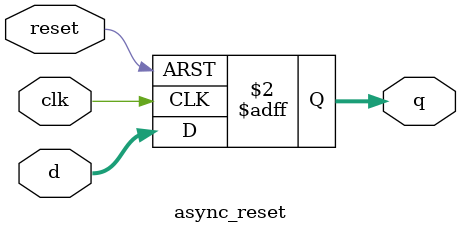
<source format=v>
module sync_reset (
    clk, reset, d,
    q
);

input       clk, reset;
input       [3:0]d;
output reg  [3:0]q;

always @(posedge clk) begin
    if(reset) q <= 4'b0000;
    else q <= d;
end
    
endmodule

module async_reset(
    clk, reset, d,
    q
);

input       clk, reset;
input       [3:0]d;
output      [3:0]q;

always @(posedge clk, posedge reset) begin
    if(reset) q <= 4'b0000;
    else q <= d;
end

endmodule
</source>
